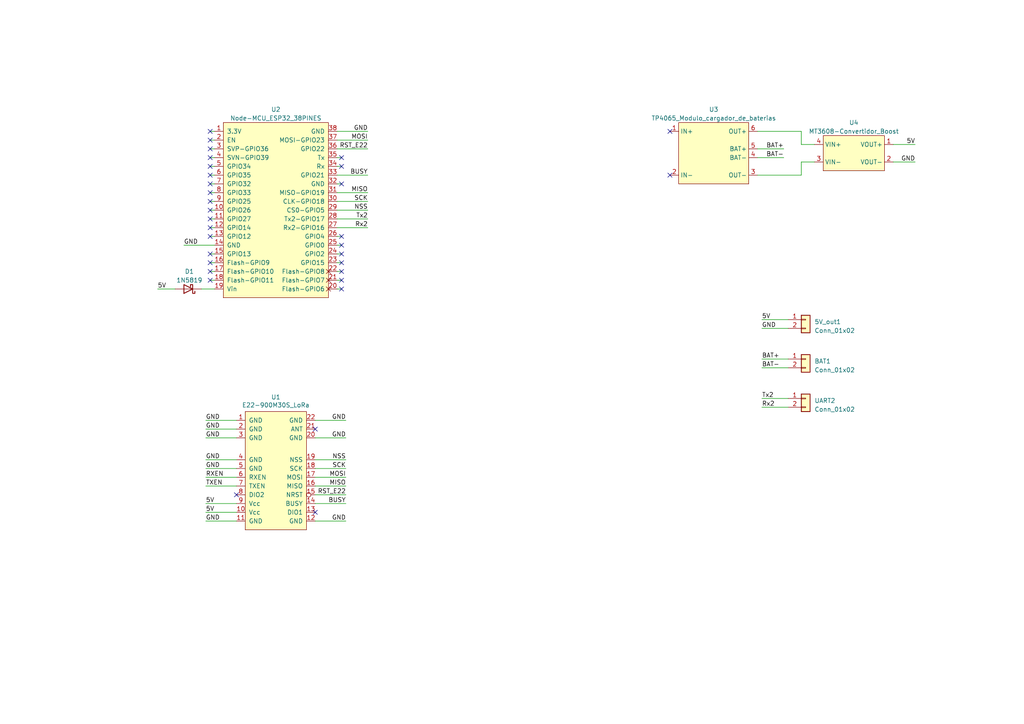
<source format=kicad_sch>
(kicad_sch (version 20230121) (generator eeschema)
  (paper "A4")
  (title_block (title "Esquema dispositivo de comunicación ESP32-E22") (date "10/03/2023") (rev "1") (company "Satellogic"))
  (lib_symbols
    (symbol "Connector_Generic:Conn_01x02" (pin_names (offset 1.016) hide)
      (property "Reference" "J" (at 0 2.54 0))
      (property "Value" "Conn_01x02" (at 0 -5.08 0))
      (symbol "Conn_01x02_1_1"
        (rectangle (start -1.27 -2.413) (end 0 -2.667) (stroke (width 0.1524)))
        (rectangle (start -1.27 0.127) (end 0 -0.127) (stroke (width 0.1524)))
        (rectangle (start -1.27 1.27) (end 1.27 -3.81) (stroke (width 0.254)) (fill (type background)))
        (pin passive line (at -5.08 0 0) (length 3.81) (name "Pin_1") (number "1"))
        (pin passive line (at -5.08 -2.54 0) (length 3.81) (name "Pin_2") (number "2"))
      )
    )
    (symbol "Device:E22-900M30S_LoRa" (pin_names (offset 1.016))
      (property "Reference" "U" (at 0 -19.05 0))
      (property "Value" "E22-900M30S_LoRa" (at 0 17.78 0))
      (symbol "E22-900M30S_LoRa_0_1"
        (rectangle (start 8.89 16.51) (end -8.89 -17.78) (fill (type background)))
      )
      (symbol "E22-900M30S_LoRa_1_1"
        (pin power_in line (at -11.43 13.97 0) (length 2.54) (name "GND") (number "1"))
        (pin power_in line (at -11.43 -12.7 0) (length 2.54) (name "Vcc") (number "10"))
        (pin power_in line (at -11.43 -15.24 0) (length 2.54) (name "GND") (number "11"))
        (pin power_in line (at 11.43 -15.24 180) (length 2.54) (name "GND") (number "12"))
        (pin bidirectional line (at 11.43 -12.7 180) (length 2.54) (name "DIO1") (number "13"))
        (pin output line (at 11.43 -10.16 180) (length 2.54) (name "BUSY") (number "14"))
        (pin input inverted (at 11.43 -7.62 180) (length 2.54) (name "NRST") (number "15"))
        (pin output line (at 11.43 -5.08 180) (length 2.54) (name "MISO") (number "16"))
        (pin input line (at 11.43 -2.54 180) (length 2.54) (name "MOSI") (number "17"))
        (pin input line (at 11.43 0 180) (length 2.54) (name "SCK") (number "18"))
        (pin input line (at 11.43 2.54 180) (length 2.54) (name "NSS") (number "19"))
        (pin power_in line (at -11.43 11.43 0) (length 2.54) (name "GND") (number "2"))
        (pin power_in line (at 11.43 8.89 180) (length 2.54) (name "GND") (number "20"))
        (pin output line (at 11.43 11.43 180) (length 2.54) (name "ANT") (number "21"))
        (pin power_in line (at 11.43 13.97 180) (length 2.54) (name "GND") (number "22"))
        (pin power_in line (at -11.43 8.89 0) (length 2.54) (name "GND") (number "3"))
        (pin power_in line (at -11.43 2.54 0) (length 2.54) (name "GND") (number "4"))
        (pin power_in line (at -11.43 0 0) (length 2.54) (name "GND") (number "5"))
        (pin input line (at -11.43 -2.54 0) (length 2.54) (name "RXEN") (number "6"))
        (pin input line (at -11.43 -5.08 0) (length 2.54) (name "TXEN") (number "7"))
        (pin bidirectional line (at -11.43 -7.62 0) (length 2.54) (name "DIO2") (number "8"))
        (pin power_in line (at -11.43 -10.16 0) (length 2.54) (name "Vcc") (number "9"))
      )
    )
    (symbol "Diode:1N5819" (pin_numbers hide) (pin_names (offset 1.016) hide)
      (property "Reference" "D" (at 0 2.54 0))
      (property "Value" "1N5819" (at 0 -2.54 0))
      (symbol "1N5819_0_1"
        (polyline (pts (xy 1.27 0) (xy -1.27 0)))
        (polyline (pts (xy 1.27 1.27) (xy 1.27 -1.27) (xy -1.27 0) (xy 1.27 1.27)) (stroke (width 0.254)))
        (polyline (pts (xy -1.905 0.635) (xy -1.905 1.27) (xy -1.27 1.27) (xy -1.27 -1.27) (xy -0.635 -1.27) (xy -0.635 -0.635)) (stroke (width 0.254)))
      )
      (symbol "1N5819_1_1"
        (pin passive line (at -3.81 0 0) (length 2.54) (name "K") (number "1"))
        (pin passive line (at 3.81 0 180) (length 2.54) (name "A") (number "2"))
      )
    )
    (symbol "Libreria_Proyecto_Satellogic:MT3608-Convertidor_Boost"
      (property "Reference" "U" (at 0 -6.35 0))
      (property "Value" "MT3608-Convertidor_Boost" (at 0 6.35 0))
      (symbol "MT3608-Convertidor_Boost_0_1"
        (rectangle (start -8.89 5.08) (end 8.89 -5.08) (fill (type background)))
      )
      (symbol "MT3608-Convertidor_Boost_1_1"
        (pin power_out line (at -11.43 2.54 0) (length 2.54) (name "VOUT+") (number "1"))
        (pin power_out line (at -11.43 -2.54 0) (length 2.54) (name "VOUT-") (number "2"))
        (pin power_in line (at 11.43 -2.54 180) (length 2.54) (name "VIN-") (number "3"))
        (pin power_in line (at 11.43 2.54 180) (length 2.54) (name "VIN+") (number "4"))
      )
    )
    (symbol "Libreria_Proyecto_Satellogic:Node-MCU_ESP32_38PINES" (pin_names (offset 1.016))
      (property "Reference" "U" (at 0 -27.94 0))
      (property "Value" "Node-MCU_ESP32_38PINES" (at -1.27 25.4 0))
      (symbol "Node-MCU_ESP32_38PINES_0_1"
        (rectangle (start -15.24 24.13) (end 15.24 -26.67) (fill (type background)))
      )
      (symbol "Node-MCU_ESP32_38PINES_1_1"
        (pin power_in line (at -17.78 21.59 0) (length 2.54) (name "3.3V") (number "1"))
        (pin bidirectional line (at -17.78 -1.27 0) (length 2.54) (name "GPIO26") (number "10"))
        (pin bidirectional line (at -17.78 -3.81 0) (length 2.54) (name "GPIO27") (number "11"))
        (pin bidirectional line (at -17.78 -6.35 0) (length 2.54) (name "GPIO14") (number "12"))
        (pin bidirectional line (at -17.78 -8.89 0) (length 2.54) (name "GPIO12") (number "13"))
        (pin power_in line (at -17.78 -11.43 0) (length 2.54) (name "GND") (number "14"))
        (pin bidirectional line (at -17.78 -13.97 0) (length 2.54) (name "GPIO13") (number "15"))
        (pin bidirectional line (at -17.78 -16.51 0) (length 2.54) (name "Flash-GPIO9") (number "16"))
        (pin bidirectional line (at -17.78 -19.05 0) (length 2.54) (name "Flash-GPIO10") (number "17"))
        (pin bidirectional line (at -17.78 -21.59 0) (length 2.54) (name "Flash-GPIO11") (number "18"))
        (pin power_in line (at -17.78 -24.13 0) (length 2.54) (name "Vin") (number "19"))
        (pin input line (at -17.78 19.05 0) (length 2.54) (name "EN") (number "2"))
        (pin output non_logic (at 17.78 -24.13 180) (length 2.54) (name "Flash-GPIO6") (number "20"))
        (pin bidirectional non_logic (at 17.78 -21.59 180) (length 2.54) (name "Flash-GPIO7") (number "21"))
        (pin bidirectional non_logic (at 17.78 -19.05 180) (length 2.54) (name "Flash-GPIO8") (number "22"))
        (pin bidirectional line (at 17.78 -16.51 180) (length 2.54) (name "GPIO15") (number "23"))
        (pin bidirectional line (at 17.78 -13.97 180) (length 2.54) (name "GPIO2") (number "24"))
        (pin bidirectional line (at 17.78 -11.43 180) (length 2.54) (name "GPIO0") (number "25"))
        (pin bidirectional line (at 17.78 -8.89 180) (length 2.54) (name "GPIO4") (number "26"))
        (pin bidirectional line (at 17.78 -6.35 180) (length 2.54) (name "Rx2-GPIO16") (number "27"))
        (pin bidirectional line (at 17.78 -3.81 180) (length 2.54) (name "Tx2-GPIO17") (number "28"))
        (pin bidirectional line (at 17.78 -1.27 180) (length 2.54) (name "CS0-GPIO5") (number "29"))
        (pin bidirectional line (at -17.78 16.51 0) (length 2.54) (name "SVP-GPIO36") (number "3"))
        (pin bidirectional line (at 17.78 1.27 180) (length 2.54) (name "CLK-GPIO18") (number "30"))
        (pin bidirectional line (at 17.78 3.81 180) (length 2.54) (name "MISO-GPIO19") (number "31"))
        (pin power_in line (at 17.78 6.35 180) (length 2.54) (name "GND") (number "32"))
        (pin bidirectional line (at 17.78 8.89 180) (length 2.54) (name "GPIO21") (number "33"))
        (pin input line (at 17.78 11.43 180) (length 2.54) (name "Rx") (number "34"))
        (pin output line (at 17.78 13.97 180) (length 2.54) (name "Tx") (number "35"))
        (pin bidirectional line (at 17.78 16.51 180) (length 2.54) (name "GPIO22") (number "36"))
        (pin bidirectional line (at 17.78 19.05 180) (length 2.54) (name "MOSI-GPIO23") (number "37"))
        (pin power_in line (at 17.78 21.59 180) (length 2.54) (name "GND") (number "38"))
        (pin bidirectional line (at -17.78 13.97 0) (length 2.54) (name "SVN-GPIO39") (number "4"))
        (pin bidirectional line (at -17.78 11.43 0) (length 2.54) (name "GPIO34") (number "5"))
        (pin bidirectional line (at -17.78 8.89 0) (length 2.54) (name "GPIO35") (number "6"))
        (pin bidirectional line (at -17.78 6.35 0) (length 2.54) (name "GPIO32") (number "7"))
        (pin bidirectional line (at -17.78 3.81 0) (length 2.54) (name "GPIO33") (number "8"))
        (pin bidirectional line (at -17.78 1.27 0) (length 2.54) (name "GPIO25") (number "9"))
      )
    )
    (symbol "Libreria_Proyecto_Satellogic:TP4065_Modulo_cargador_de_baterias"
      (property "Reference" "U" (at 0 -10.16 0))
      (property "Value" "TP4065_Modulo_cargador_de_baterias" (at 0 10.16 0))
      (symbol "TP4065_Modulo_cargador_de_baterias_0_1"
        (rectangle (start 10.16 8.89) (end -10.16 -8.89) (fill (type background)))
      )
      (symbol "TP4065_Modulo_cargador_de_baterias_1_1"
        (pin power_in line (at -12.7 6.35 0) (length 2.54) (name "IN+") (number "1"))
        (pin power_in line (at -12.7 -6.35 0) (length 2.54) (name "IN-") (number "2"))
        (pin power_out line (at 12.7 -6.35 180) (length 2.54) (name "OUT-") (number "3"))
        (pin power_out line (at 12.7 -1.27 180) (length 2.54) (name "BAT-") (number "4"))
        (pin power_out line (at 12.7 1.27 180) (length 2.54) (name "BAT+") (number "5"))
        (pin power_out line (at 12.7 6.35 180) (length 2.54) (name "OUT+") (number "6"))
      )
    )
  )
  (no_connect (at 60.96 60.96))
  (no_connect (at 60.96 43.18))
  (no_connect (at 60.96 63.5))
  (no_connect (at 60.96 81.28))
  (no_connect (at 60.96 50.8))
  (no_connect (at 68.58 143.51))
  (no_connect (at 99.06 73.66))
  (no_connect (at 60.96 76.2))
  (no_connect (at 99.06 71.12))
  (no_connect (at 99.06 83.82))
  (no_connect (at 60.96 78.74))
  (no_connect (at 99.06 78.74))
  (no_connect (at 60.96 45.72))
  (no_connect (at 194.31 50.8))
  (no_connect (at 99.06 81.28))
  (no_connect (at 60.96 55.88))
  (no_connect (at 99.06 76.2))
  (no_connect (at 60.96 58.42))
  (no_connect (at 60.96 40.64))
  (no_connect (at 99.06 45.72))
  (no_connect (at 99.06 53.34))
  (no_connect (at 60.96 68.58))
  (no_connect (at 99.06 68.58))
  (no_connect (at 60.96 48.26))
  (no_connect (at 60.96 53.34))
  (no_connect (at 99.06 48.26))
  (no_connect (at 60.96 38.1))
  (no_connect (at 194.31 38.1))
  (no_connect (at 60.96 66.04))
  (no_connect (at 91.44 124.46))
  (no_connect (at 60.96 73.66))
  (no_connect (at 91.44 148.59))
  (wire (pts (xy 97.79 43.18) (xy 106.68 43.18)))
  (wire (pts (xy 59.69 140.97) (xy 68.58 140.97)))
  (wire (pts (xy 60.96 63.5) (xy 62.23 63.5)))
  (wire (pts (xy 219.71 38.1) (xy 232.41 38.1)))
  (wire (pts (xy 60.96 40.64) (xy 62.23 40.64)))
  (wire (pts (xy 91.44 135.89) (xy 100.33 135.89)))
  (wire (pts (xy 232.41 46.99) (xy 236.22 46.99)))
  (wire (pts (xy 220.98 115.57) (xy 228.6 115.57)))
  (wire (pts (xy 91.44 127) (xy 100.33 127)))
  (wire (pts (xy 220.98 118.11) (xy 228.6 118.11)))
  (wire (pts (xy 97.79 55.88) (xy 106.68 55.88)))
  (wire (pts (xy 97.79 38.1) (xy 106.68 38.1)))
  (wire (pts (xy 99.06 73.66) (xy 97.79 73.66)))
  (wire (pts (xy 45.72 83.82) (xy 50.8 83.82)))
  (wire (pts (xy 60.96 53.34) (xy 62.23 53.34)))
  (wire (pts (xy 97.79 66.04) (xy 106.68 66.04)))
  (wire (pts (xy 91.44 151.13) (xy 100.33 151.13)))
  (wire (pts (xy 53.34 71.12) (xy 62.23 71.12)))
  (wire (pts (xy 59.69 138.43) (xy 68.58 138.43)))
  (wire (pts (xy 99.06 81.28) (xy 97.79 81.28)))
  (wire (pts (xy 97.79 50.8) (xy 106.68 50.8)))
  (wire (pts (xy 99.06 53.34) (xy 97.79 53.34)))
  (wire (pts (xy 59.69 148.59) (xy 68.58 148.59)))
  (wire (pts (xy 97.79 60.96) (xy 106.68 60.96)))
  (wire (pts (xy 220.98 95.25) (xy 228.6 95.25)))
  (wire (pts (xy 219.71 43.18) (xy 227.33 43.18)))
  (wire (pts (xy 99.06 45.72) (xy 97.79 45.72)))
  (wire (pts (xy 91.44 140.97) (xy 100.33 140.97)))
  (wire (pts (xy 91.44 121.92) (xy 100.33 121.92)))
  (wire (pts (xy 60.96 73.66) (xy 62.23 73.66)))
  (wire (pts (xy 99.06 76.2) (xy 97.79 76.2)))
  (wire (pts (xy 59.69 121.92) (xy 68.58 121.92)))
  (wire (pts (xy 220.98 104.14) (xy 228.6 104.14)))
  (wire (pts (xy 220.98 92.71) (xy 228.6 92.71)))
  (wire (pts (xy 60.96 43.18) (xy 62.23 43.18)))
  (wire (pts (xy 60.96 68.58) (xy 62.23 68.58)))
  (wire (pts (xy 91.44 133.35) (xy 100.33 133.35)))
  (wire (pts (xy 91.44 146.05) (xy 100.33 146.05)))
  (wire (pts (xy 60.96 66.04) (xy 62.23 66.04)))
  (wire (pts (xy 60.96 55.88) (xy 62.23 55.88)))
  (wire (pts (xy 59.69 133.35) (xy 68.58 133.35)))
  (wire (pts (xy 91.44 138.43) (xy 100.33 138.43)))
  (wire (pts (xy 60.96 58.42) (xy 62.23 58.42)))
  (wire (pts (xy 60.96 76.2) (xy 62.23 76.2)))
  (wire (pts (xy 232.41 41.91) (xy 236.22 41.91)))
  (wire (pts (xy 59.69 151.13) (xy 68.58 151.13)))
  (wire (pts (xy 60.96 50.8) (xy 62.23 50.8)))
  (wire (pts (xy 259.08 46.99) (xy 265.43 46.99)))
  (wire (pts (xy 60.96 45.72) (xy 62.23 45.72)))
  (wire (pts (xy 59.69 124.46) (xy 68.58 124.46)))
  (wire (pts (xy 60.96 81.28) (xy 62.23 81.28)))
  (wire (pts (xy 99.06 78.74) (xy 97.79 78.74)))
  (wire (pts (xy 99.06 48.26) (xy 97.79 48.26)))
  (wire (pts (xy 259.08 41.91) (xy 265.43 41.91)))
  (wire (pts (xy 97.79 58.42) (xy 106.68 58.42)))
  (wire (pts (xy 97.79 40.64) (xy 106.68 40.64)))
  (wire (pts (xy 60.96 78.74) (xy 62.23 78.74)))
  (wire (pts (xy 60.96 48.26) (xy 62.23 48.26)))
  (wire (pts (xy 91.44 143.51) (xy 100.33 143.51)))
  (wire (pts (xy 232.41 38.1) (xy 232.41 41.91)))
  (wire (pts (xy 60.96 60.96) (xy 62.23 60.96)))
  (wire (pts (xy 97.79 63.5) (xy 106.68 63.5)))
  (wire (pts (xy 58.42 83.82) (xy 62.23 83.82)))
  (wire (pts (xy 219.71 50.8) (xy 232.41 50.8)))
  (wire (pts (xy 232.41 50.8) (xy 232.41 46.99)))
  (wire (pts (xy 59.69 135.89) (xy 68.58 135.89)))
  (wire (pts (xy 219.71 45.72) (xy 227.33 45.72)))
  (wire (pts (xy 60.96 38.1) (xy 62.23 38.1)))
  (wire (pts (xy 99.06 68.58) (xy 97.79 68.58)))
  (wire (pts (xy 99.06 83.82) (xy 97.79 83.82)))
  (wire (pts (xy 59.69 146.05) (xy 68.58 146.05)))
  (wire (pts (xy 220.98 106.68) (xy 228.6 106.68)))
  (wire (pts (xy 59.69 127) (xy 68.58 127)))
  (wire (pts (xy 99.06 71.12) (xy 97.79 71.12)))
  (label "GND" (at 59.69 124.46 0))
  (label "TXEN" (at 59.69 140.97 0))
  (label "5V" (at 59.69 148.59 0))
  (label "BAT+" (at 227.33 43.18 180))
  (label "RXEN" (at 59.69 138.43 0))
  (label "GND" (at 59.69 121.92 0))
  (label "Rx2" (at 106.68 66.04 180))
  (label "MISO" (at 106.68 55.88 180))
  (label "GND" (at 59.69 127 0))
  (label "Tx2" (at 106.68 63.5 180))
  (label "NSS" (at 100.33 133.35 180))
  (label "Rx2" (at 220.98 118.11 0))
  (label "GND" (at 53.34 71.12 0))
  (label "GND" (at 220.98 95.25 0))
  (label "MISO" (at 100.33 140.97 180))
  (label "RST_E22" (at 100.33 143.51 180))
  (label "BUSY" (at 100.33 146.05 180))
  (label "5V" (at 220.98 92.71 0))
  (label "RST_E22" (at 106.68 43.18 180))
  (label "SCK" (at 100.33 135.89 180))
  (label "Tx2" (at 220.98 115.57 0))
  (label "MOSI" (at 100.33 138.43 180))
  (label "5V" (at 59.69 146.05 0))
  (label "GND" (at 106.68 38.1 180))
  (label "GND" (at 265.43 46.99 180))
  (label "GND" (at 100.33 151.13 180))
  (label "SCK" (at 106.68 58.42 180))
  (label "MOSI" (at 106.68 40.64 180))
  (label "GND" (at 59.69 133.35 0))
  (label "5V" (at 45.72 83.82 0))
  (label "GND" (at 59.69 151.13 0))
  (label "GND" (at 100.33 121.92 180))
  (label "5V" (at 265.43 41.91 180))
  (label "GND" (at 100.33 127 180))
  (label "GND" (at 59.69 135.89 0))
  (label "BAT-" (at 227.33 45.72 180))
  (label "BAT+" (at 220.98 104.14 0))
  (label "BUSY" (at 106.68 50.8 180))
  (label "BAT-" (at 220.98 106.68 0))
  (label "NSS" (at 106.68 60.96 180))
  (symbol (lib_id "Device:E22-900M30S_LoRa") (at 80.01 135.89 0) (unit 1)
    (property "Reference" "U1" (at 80.01 115.189 0))
    (property "Value" "E22-900M30S_LoRa" (at 80.01 117.5004 0))
    (property "Footprint" "PCB_Satellogic:E22-900M30S_LoRa_smd" (effects hide))
  )
  (symbol (lib_id "Connector_Generic:Conn_01x02") (at 233.68 92.71 0) (unit 1)
    (property "Reference" "5V_out1" (at 236.22 93.345 0) (effects (justify left)))
    (property "Value" "Conn_01x02" (at 236.22 95.885 0) (effects (justify left)))
    (property "Footprint" "Connector_JST:JST_PH_B2B-PH-K_1x02_P2.00mm_Vertical" (effects hide))
  )
  (symbol (lib_id "Diode:1N5819") (at 54.61 83.82 180) (unit 1)
    (property "Reference" "D1" (at 54.9275 78.74 0))
    (property "Value" "1N5819" (at 54.9275 81.28 0))
    (property "Footprint" "Diode_THT:D_DO-41_SOD81_P10.16mm_Horizontal" (effects hide))
    (property "Datasheet" "http://www.vishay.com/docs/88525/1n5817.pdf" (effects hide))
  )
  (symbol (lib_id "Libreria_Proyecto_Satellogic:Node-MCU_ESP32_38PINES") (at 80.01 59.69 0) (unit 1)
    (property "Reference" "U2" (at 80.01 31.75 0))
    (property "Value" "Node-MCU_ESP32_38PINES" (at 80.01 34.29 0))
    (property "Footprint" "PCB_Satellogic:Node-MCU_ESP32_38PINES_THT_offset" (effects hide))
  )
  (symbol (lib_id "Connector_Generic:Conn_01x02") (at 233.68 104.14 0) (unit 1)
    (property "Reference" "BAT1" (at 236.22 104.775 0) (effects (justify left)))
    (property "Value" "Conn_01x02" (at 236.22 107.315 0) (effects (justify left)))
    (property "Footprint" "Connector_JST:JST_PH_B2B-PH-K_1x02_P2.00mm_Vertical" (effects hide))
  )
  (symbol (lib_id "Libreria_Proyecto_Satellogic:MT3608-Convertidor_Boost") (at 247.65 44.45 0) (mirror y) (unit 1)
    (property "Reference" "U4" (at 247.65 35.56 0))
    (property "Value" "MT3608-Convertidor_Boost" (at 247.65 38.1 0))
    (property "Footprint" "PCB_Satellogic:MT3608-Convertidor_Boost" (effects hide))
  )
  (symbol (lib_id "Libreria_Proyecto_Satellogic:TP4065_Modulo_cargador_de_baterias") (at 207.01 44.45 0) (unit 1)
    (property "Reference" "U3" (at 207.01 31.75 0))
    (property "Value" "TP4065_Modulo_cargador_de_baterias" (at 207.01 34.29 0))
    (property "Footprint" "PCB_Satellogic:TP4056 - Módulo de carga de batería" (effects hide))
  )
  (symbol (lib_id "Connector_Generic:Conn_01x02") (at 233.68 115.57 0) (unit 1)
    (property "Reference" "UART2" (at 236.22 116.205 0) (effects (justify left)))
    (property "Value" "Conn_01x02" (at 236.22 118.745 0) (effects (justify left)))
    (property "Footprint" "Connector_JST:JST_PH_B2B-PH-K_1x02_P2.00mm_Vertical" (effects hide))
  )
)
</source>
